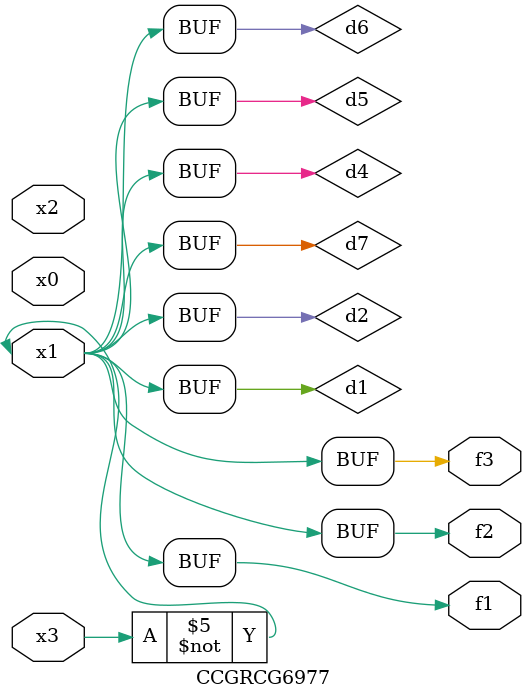
<source format=v>
module CCGRCG6977(
	input x0, x1, x2, x3,
	output f1, f2, f3
);

	wire d1, d2, d3, d4, d5, d6, d7;

	not (d1, x3);
	buf (d2, x1);
	xnor (d3, d1, d2);
	nor (d4, d1);
	buf (d5, d1, d2);
	buf (d6, d4, d5);
	nand (d7, d4);
	assign f1 = d6;
	assign f2 = d7;
	assign f3 = d6;
endmodule

</source>
